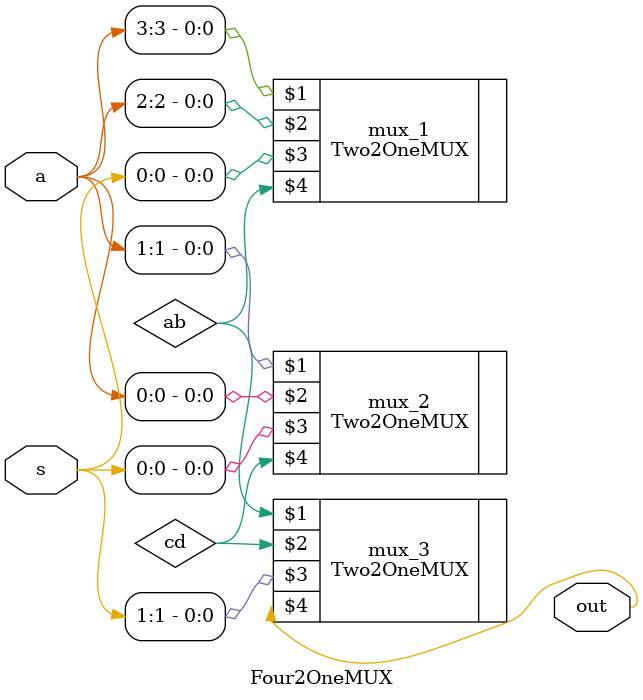
<source format=v>
`timescale 1ns / 1ps


module Four2OneMUX(
    input [3:0]a,
    input [1:0]s,
    output out
);

    wire ab, cd;
    Two2OneMUX mux_1 (a[3], a[2], s[0], ab);
    Two2OneMUX mux_2 (a[1], a[0], s[0], cd);
    
    Two2OneMUX mux_3 (ab, cd, s[1], out);
    
endmodule
</source>
